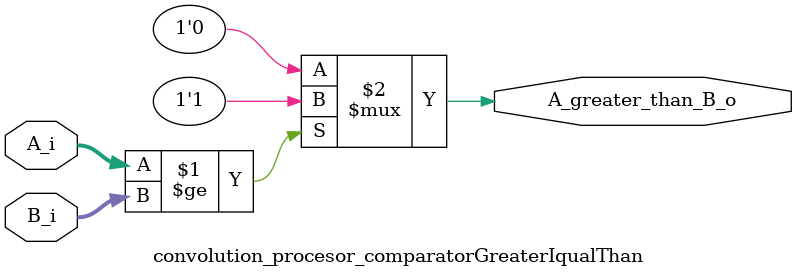
<source format=sv>
/*	
   ===================================================================
   Module Name  : Comparator Greater Iqual Than
      
   Filename     : comparatorGreaterThan.v
   Type         : Verilog Module
   
   Description  : This block compares two unsigned binary numbers.
                  A_greater_than_B_o output values:
                  
                  Value   Condition
                  
                  1'b1     A_i >= B_i                  
                  1'b0     otherwise
                  
   -----------------------------------------------------------------------------
   Clocks      : -
   Reset       : -
   Parameters  :   
         NAME                         Comments                   Default
         ------------------------------------------------------------------------------
         DATA_WIDTH              Number of data bits                13 
         ------------------------------------------------------------------------------
   Version     : 1.0
   Data        : 14 Nov 2018
   Revision    : -
   Reviser     : -		
   ------------------------------------------------------------------------------
      Modification Log "please register all the modifications in this area"
      (D/M/Y)  
      
   ----------------------
   // Instance template
   ----------------------
   comparatorGreaterIqualThan 
   #(
      .DATA_WIDTH   (),
   )
   "MODULE_NAME"
   (
      A_i            (),
      B_i            (), 
      A_greater_than_B_o()
   );
*/

module convolution_procesor_comparatorGreaterIqualThan
#(
   parameter DATA_WIDTH_A = 13,
   parameter DATA_WIDTH_B = 13
)(
	input [DATA_WIDTH_A-1:0] A_i,
	input [DATA_WIDTH_B-1:0] B_i, 
	output                 A_greater_than_B_o
);

assign A_greater_than_B_o = ( A_i >= B_i ) ? 1'b1 :  1'b0;

endmodule


</source>
